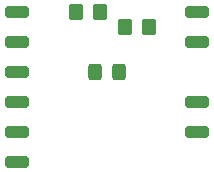
<source format=gbr>
%TF.GenerationSoftware,KiCad,Pcbnew,(7.0.0)*%
%TF.CreationDate,2023-08-25T15:33:25+02:00*%
%TF.ProjectId,PSP GO JIG_0805_Nano,50535020-474f-4204-9a49-475f30383035,rev?*%
%TF.SameCoordinates,Original*%
%TF.FileFunction,Paste,Top*%
%TF.FilePolarity,Positive*%
%FSLAX46Y46*%
G04 Gerber Fmt 4.6, Leading zero omitted, Abs format (unit mm)*
G04 Created by KiCad (PCBNEW (7.0.0)) date 2023-08-25 15:33:25*
%MOMM*%
%LPD*%
G01*
G04 APERTURE LIST*
G04 Aperture macros list*
%AMRoundRect*
0 Rectangle with rounded corners*
0 $1 Rounding radius*
0 $2 $3 $4 $5 $6 $7 $8 $9 X,Y pos of 4 corners*
0 Add a 4 corners polygon primitive as box body*
4,1,4,$2,$3,$4,$5,$6,$7,$8,$9,$2,$3,0*
0 Add four circle primitives for the rounded corners*
1,1,$1+$1,$2,$3*
1,1,$1+$1,$4,$5*
1,1,$1+$1,$6,$7*
1,1,$1+$1,$8,$9*
0 Add four rect primitives between the rounded corners*
20,1,$1+$1,$2,$3,$4,$5,0*
20,1,$1+$1,$4,$5,$6,$7,0*
20,1,$1+$1,$6,$7,$8,$9,0*
20,1,$1+$1,$8,$9,$2,$3,0*%
G04 Aperture macros list end*
%ADD10RoundRect,0.250000X-0.750000X0.250000X-0.750000X-0.250000X0.750000X-0.250000X0.750000X0.250000X0*%
%ADD11RoundRect,0.250000X-0.350000X-0.450000X0.350000X-0.450000X0.350000X0.450000X-0.350000X0.450000X0*%
%ADD12RoundRect,0.250000X0.325000X0.450000X-0.325000X0.450000X-0.325000X-0.450000X0.325000X-0.450000X0*%
G04 APERTURE END LIST*
D10*
%TO.C,REF\u002A\u002A*%
X60960000Y-40640000D03*
%TD*%
%TO.C,REF\u002A\u002A*%
X60960000Y-45720000D03*
%TD*%
%TO.C,REF\u002A\u002A*%
X60960000Y-38100000D03*
%TD*%
%TO.C,REF\u002A\u002A*%
X60960000Y-43180000D03*
%TD*%
%TO.C,REF\u002A\u002A*%
X76200000Y-43180000D03*
%TD*%
%TO.C,REF\u002A\u002A*%
X76200000Y-35560000D03*
%TD*%
%TO.C,REF\u002A\u002A*%
X60960000Y-33020000D03*
%TD*%
%TO.C,REF\u002A\u002A*%
X76200000Y-33020000D03*
%TD*%
D11*
%TO.C,REF\u002A\u002A*%
X70120000Y-34300000D03*
X72120000Y-34300000D03*
%TD*%
%TO.C,REF\u002A\u002A*%
X66000000Y-33020000D03*
X68000000Y-33020000D03*
%TD*%
D12*
%TO.C,1n4148*%
X67555000Y-38100000D03*
X69605000Y-38100000D03*
%TD*%
D10*
%TO.C,REF\u002A\u002A*%
X60960000Y-35560000D03*
%TD*%
%TO.C,REF\u002A\u002A*%
X76200000Y-40640000D03*
%TD*%
M02*

</source>
